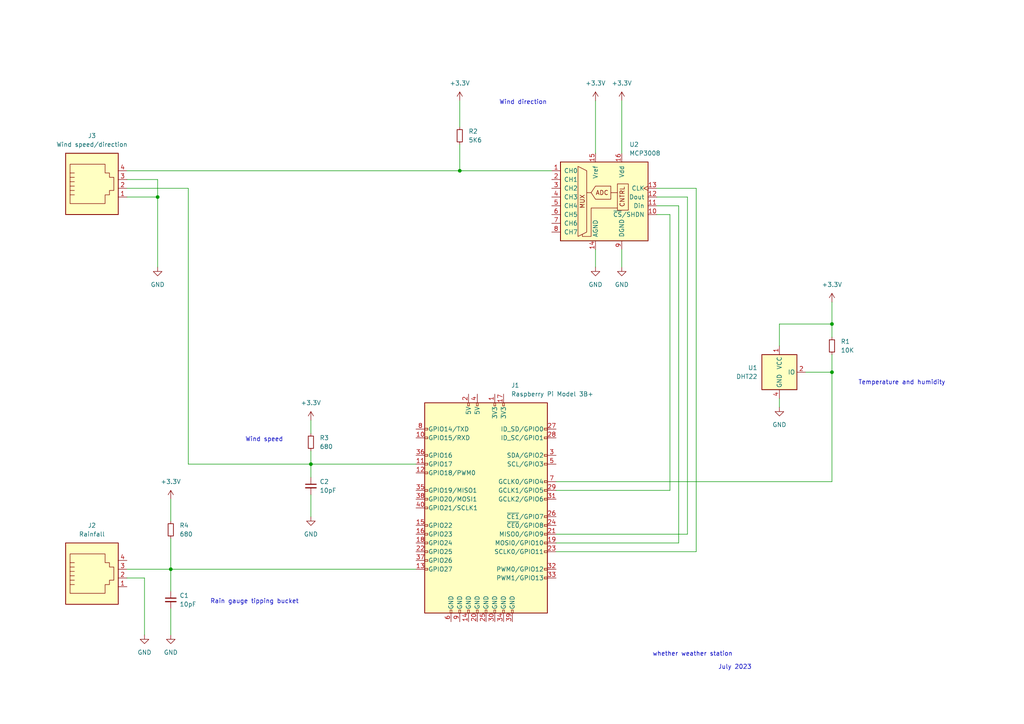
<source format=kicad_sch>
(kicad_sch (version 20230121) (generator eeschema)
  (paper "A4")
  (lib_symbols
    (symbol "Analog_ADC:MCP3008" (pin_names (offset 1.016))
      (property "Reference" "U" (at -5.08 13.335 0))
      (property "Value" "MCP3008" (at -5.08 11.43 0))
      (symbol "MCP3008_0_0"
        (text "ADC" (at -0.635 1.27 0) (effects (font (size 1.27 1.27))))
        (text "CNTRL" (at 5.969 -2.921 900) (effects (font (size 1.27 1.27)) (justify left bottom)))
        (text "MUX" (at -6.35 -1.27 900) (effects (font (size 1.27 1.27))))
      )
      (symbol "MCP3008_0_1"
        (polyline (pts (xy -3.81 1.27) (xy -5.08 1.27)))
        (polyline (pts (xy 1.905 1.27) (xy 3.81 1.27)))
        (polyline (pts (xy -7.62 8.89) (xy -7.62 -11.43) (xy -5.08 -10.16) (xy -5.08 7.62) (xy -7.62 8.89)))
        (polyline (pts (xy 3.81 -3.175) (xy -3.81 -3.175) (xy -3.81 -11.43) (xy -6.35 -11.43) (xy -6.35 -10.795)))
        (polyline (pts (xy 1.905 3.175) (xy 1.905 -0.635) (xy -2.54 -0.635) (xy -3.81 1.27) (xy -2.54 3.175) (xy 1.905 3.175)))
        (rectangle (start 3.81 -3.81) (end 6.985 3.81))
        (rectangle (start 12.7 -12.7) (end -12.7 10.16) (stroke (width 0.254)) (fill (type background)))
      )
      (symbol "MCP3008_1_1"
        (pin input line (at -15.24 7.62 0) (length 2.54) (name "CH0") (number "1"))
        (pin input line (at 15.24 -5.08 180) (length 2.54) (name "~{CS}/SHDN") (number "10"))
        (pin input line (at 15.24 -2.54 180) (length 2.54) (name "Din") (number "11"))
        (pin output line (at 15.24 0 180) (length 2.54) (name "Dout") (number "12"))
        (pin input clock (at 15.24 2.54 180) (length 2.54) (name "CLK") (number "13"))
        (pin power_in line (at -2.54 -15.24 90) (length 2.54) (name "AGND") (number "14"))
        (pin power_in line (at -2.54 12.7 270) (length 2.54) (name "Vref") (number "15"))
        (pin power_in line (at 5.08 12.7 270) (length 2.54) (name "Vdd") (number "16"))
        (pin input line (at -15.24 5.08 0) (length 2.54) (name "CH1") (number "2"))
        (pin input line (at -15.24 2.54 0) (length 2.54) (name "CH2") (number "3"))
        (pin input line (at -15.24 0 0) (length 2.54) (name "CH3") (number "4"))
        (pin input line (at -15.24 -2.54 0) (length 2.54) (name "CH4") (number "5"))
        (pin input line (at -15.24 -5.08 0) (length 2.54) (name "CH5") (number "6"))
        (pin input line (at -15.24 -7.62 0) (length 2.54) (name "CH6") (number "7"))
        (pin input line (at -15.24 -10.16 0) (length 2.54) (name "CH7") (number "8"))
        (pin power_in line (at 5.08 -15.24 90) (length 2.54) (name "DGND") (number "9"))
      )
    )
    (symbol "Connector:6P4C" (pin_names (offset 1.016))
      (property "Reference" "J" (at -5.08 11.43 0))
      (property "Value" "6P4C" (at 2.54 11.43 0))
      (symbol "6P4C_0_1"
        (polyline (pts (xy -6.35 -1.905) (xy -5.08 -1.905) (xy -5.08 -1.905)))
        (polyline (pts (xy -6.35 -0.635) (xy -5.08 -0.635) (xy -5.08 -0.635)))
        (polyline (pts (xy -6.35 0.635) (xy -5.08 0.635) (xy -5.08 0.635)))
        (polyline (pts (xy -6.35 1.905) (xy -5.08 1.905) (xy -5.08 1.905)))
        (polyline (pts (xy -6.35 3.175) (xy -5.08 3.175) (xy -5.08 3.175)))
        (polyline (pts (xy -5.08 4.445) (xy -6.35 4.445) (xy -6.35 4.445)))
        (polyline (pts (xy -6.35 -4.445) (xy -6.35 6.985) (xy 3.81 6.985) (xy 3.81 4.445) (xy 5.08 4.445) (xy 5.08 3.175) (xy 6.35 3.175) (xy 6.35 -0.635) (xy 5.08 -0.635) (xy 5.08 -1.905) (xy 3.81 -1.905) (xy 3.81 -4.445) (xy -6.35 -4.445) (xy -6.35 -4.445)))
        (rectangle (start 7.62 10.16) (end -7.62 -7.62) (stroke (width 0.254)) (fill (type background)))
      )
      (symbol "6P4C_1_1"
        (pin passive line (at 10.16 -2.54 180) (length 2.54) (name "~") (number "1"))
        (pin passive line (at 10.16 0 180) (length 2.54) (name "~") (number "2"))
        (pin passive line (at 10.16 2.54 180) (length 2.54) (name "~") (number "3"))
        (pin passive line (at 10.16 5.08 180) (length 2.54) (name "~") (number "4"))
      )
    )
    (symbol "Connector:Raspberry_Pi_2_3" (pin_names (offset 1.016))
      (property "Reference" "J" (at -17.78 31.75 0))
      (property "Value" "Raspberry_Pi_2_3" (at 10.16 -31.75 0))
      (symbol "Raspberry_Pi_2_3_0_1"
        (rectangle (start -17.78 30.48) (end 17.78 -30.48) (stroke (width 0.254)) (fill (type background)))
      )
      (symbol "Raspberry_Pi_2_3_1_1"
        (rectangle (start -16.891 -17.526) (end -17.78 -18.034))
        (rectangle (start -16.891 -14.986) (end -17.78 -15.494))
        (rectangle (start -16.891 -12.446) (end -17.78 -12.954))
        (rectangle (start -16.891 -9.906) (end -17.78 -10.414))
        (rectangle (start -16.891 -7.366) (end -17.78 -7.874))
        (rectangle (start -16.891 -4.826) (end -17.78 -5.334))
        (rectangle (start -16.891 0.254) (end -17.78 -0.254))
        (rectangle (start -16.891 2.794) (end -17.78 2.286))
        (rectangle (start -16.891 5.334) (end -17.78 4.826))
        (rectangle (start -16.891 10.414) (end -17.78 9.906))
        (rectangle (start -16.891 12.954) (end -17.78 12.446))
        (rectangle (start -16.891 15.494) (end -17.78 14.986))
        (rectangle (start -16.891 20.574) (end -17.78 20.066))
        (rectangle (start -16.891 23.114) (end -17.78 22.606))
        (rectangle (start -10.414 -29.591) (end -9.906 -30.48))
        (rectangle (start -7.874 -29.591) (end -7.366 -30.48))
        (rectangle (start -5.334 -29.591) (end -4.826 -30.48))
        (rectangle (start -5.334 30.48) (end -4.826 29.591))
        (rectangle (start -2.794 -29.591) (end -2.286 -30.48))
        (rectangle (start -2.794 30.48) (end -2.286 29.591))
        (rectangle (start -0.254 -29.591) (end 0.254 -30.48))
        (rectangle (start 2.286 -29.591) (end 2.794 -30.48))
        (rectangle (start 2.286 30.48) (end 2.794 29.591))
        (rectangle (start 4.826 -29.591) (end 5.334 -30.48))
        (rectangle (start 4.826 30.48) (end 5.334 29.591))
        (rectangle (start 7.366 -29.591) (end 7.874 -30.48))
        (rectangle (start 17.78 -20.066) (end 16.891 -20.574))
        (rectangle (start 17.78 -17.526) (end 16.891 -18.034))
        (rectangle (start 17.78 -12.446) (end 16.891 -12.954))
        (rectangle (start 17.78 -9.906) (end 16.891 -10.414))
        (rectangle (start 17.78 -7.366) (end 16.891 -7.874))
        (rectangle (start 17.78 -4.826) (end 16.891 -5.334))
        (rectangle (start 17.78 -2.286) (end 16.891 -2.794))
        (rectangle (start 17.78 2.794) (end 16.891 2.286))
        (rectangle (start 17.78 5.334) (end 16.891 4.826))
        (rectangle (start 17.78 7.874) (end 16.891 7.366))
        (rectangle (start 17.78 12.954) (end 16.891 12.446))
        (rectangle (start 17.78 15.494) (end 16.891 14.986))
        (rectangle (start 17.78 20.574) (end 16.891 20.066))
        (rectangle (start 17.78 23.114) (end 16.891 22.606))
        (pin power_in line (at 2.54 33.02 270) (length 2.54) (name "3V3") (number "1"))
        (pin bidirectional line (at -20.32 20.32 0) (length 2.54) (name "GPIO15/RXD") (number "10"))
        (pin bidirectional line (at -20.32 12.7 0) (length 2.54) (name "GPIO17") (number "11"))
        (pin bidirectional line (at -20.32 10.16 0) (length 2.54) (name "GPIO18/PWM0") (number "12"))
        (pin bidirectional line (at -20.32 -17.78 0) (length 2.54) (name "GPIO27") (number "13"))
        (pin power_in line (at -5.08 -33.02 90) (length 2.54) (name "GND") (number "14"))
        (pin bidirectional line (at -20.32 -5.08 0) (length 2.54) (name "GPIO22") (number "15"))
        (pin bidirectional line (at -20.32 -7.62 0) (length 2.54) (name "GPIO23") (number "16"))
        (pin power_in line (at 5.08 33.02 270) (length 2.54) (name "3V3") (number "17"))
        (pin bidirectional line (at -20.32 -10.16 0) (length 2.54) (name "GPIO24") (number "18"))
        (pin bidirectional line (at 20.32 -10.16 180) (length 2.54) (name "MOSI0/GPIO10") (number "19"))
        (pin power_in line (at -5.08 33.02 270) (length 2.54) (name "5V") (number "2"))
        (pin power_in line (at -2.54 -33.02 90) (length 2.54) (name "GND") (number "20"))
        (pin bidirectional line (at 20.32 -7.62 180) (length 2.54) (name "MISO0/GPIO9") (number "21"))
        (pin bidirectional line (at -20.32 -12.7 0) (length 2.54) (name "GPIO25") (number "22"))
        (pin bidirectional line (at 20.32 -12.7 180) (length 2.54) (name "SCLK0/GPIO11") (number "23"))
        (pin bidirectional line (at 20.32 -5.08 180) (length 2.54) (name "~{CE0}/GPIO8") (number "24"))
        (pin power_in line (at 0 -33.02 90) (length 2.54) (name "GND") (number "25"))
        (pin bidirectional line (at 20.32 -2.54 180) (length 2.54) (name "~{CE1}/GPIO7") (number "26"))
        (pin bidirectional line (at 20.32 22.86 180) (length 2.54) (name "ID_SD/GPIO0") (number "27"))
        (pin bidirectional line (at 20.32 20.32 180) (length 2.54) (name "ID_SC/GPIO1") (number "28"))
        (pin bidirectional line (at 20.32 5.08 180) (length 2.54) (name "GCLK1/GPIO5") (number "29"))
        (pin bidirectional line (at 20.32 15.24 180) (length 2.54) (name "SDA/GPIO2") (number "3"))
        (pin power_in line (at 2.54 -33.02 90) (length 2.54) (name "GND") (number "30"))
        (pin bidirectional line (at 20.32 2.54 180) (length 2.54) (name "GCLK2/GPIO6") (number "31"))
        (pin bidirectional line (at 20.32 -17.78 180) (length 2.54) (name "PWM0/GPIO12") (number "32"))
        (pin bidirectional line (at 20.32 -20.32 180) (length 2.54) (name "PWM1/GPIO13") (number "33"))
        (pin power_in line (at 5.08 -33.02 90) (length 2.54) (name "GND") (number "34"))
        (pin bidirectional line (at -20.32 5.08 0) (length 2.54) (name "GPIO19/MISO1") (number "35"))
        (pin bidirectional line (at -20.32 15.24 0) (length 2.54) (name "GPIO16") (number "36"))
        (pin bidirectional line (at -20.32 -15.24 0) (length 2.54) (name "GPIO26") (number "37"))
        (pin bidirectional line (at -20.32 2.54 0) (length 2.54) (name "GPIO20/MOSI1") (number "38"))
        (pin power_in line (at 7.62 -33.02 90) (length 2.54) (name "GND") (number "39"))
        (pin power_in line (at -2.54 33.02 270) (length 2.54) (name "5V") (number "4"))
        (pin bidirectional line (at -20.32 0 0) (length 2.54) (name "GPIO21/SCLK1") (number "40"))
        (pin bidirectional line (at 20.32 12.7 180) (length 2.54) (name "SCL/GPIO3") (number "5"))
        (pin power_in line (at -10.16 -33.02 90) (length 2.54) (name "GND") (number "6"))
        (pin bidirectional line (at 20.32 7.62 180) (length 2.54) (name "GCLK0/GPIO4") (number "7"))
        (pin bidirectional line (at -20.32 22.86 0) (length 2.54) (name "GPIO14/TXD") (number "8"))
        (pin power_in line (at -7.62 -33.02 90) (length 2.54) (name "GND") (number "9"))
      )
    )
    (symbol "Device:C_Small" (pin_numbers hide) (pin_names (offset 0.254) hide)
      (property "Reference" "C" (at 0.254 1.778 0))
      (property "Value" "C_Small" (at 0.254 -2.032 0))
      (symbol "C_Small_0_1"
        (polyline (pts (xy -1.524 -0.508) (xy 1.524 -0.508)) (stroke (width 0.3302)))
        (polyline (pts (xy -1.524 0.508) (xy 1.524 0.508)) (stroke (width 0.3048)))
      )
      (symbol "C_Small_1_1"
        (pin passive line (at 0 2.54 270) (length 2.032) (name "~") (number "1"))
        (pin passive line (at 0 -2.54 90) (length 2.032) (name "~") (number "2"))
      )
    )
    (symbol "Device:R_Small" (pin_numbers hide) (pin_names (offset 0.254) hide)
      (property "Reference" "R" (at 0.762 0.508 0))
      (property "Value" "R_Small" (at 0.762 -1.016 0))
      (symbol "R_Small_0_1"
        (rectangle (start -0.762 1.778) (end 0.762 -1.778) (stroke (width 0.2032)))
      )
      (symbol "R_Small_1_1"
        (pin passive line (at 0 2.54 270) (length 0.762) (name "~") (number "1"))
        (pin passive line (at 0 -2.54 90) (length 0.762) (name "~") (number "2"))
      )
    )
    (symbol "Sensor:DHT11"
      (property "Reference" "U" (at -3.81 6.35 0))
      (property "Value" "DHT11" (at 3.81 6.35 0))
      (symbol "DHT11_0_1"
        (rectangle (start -5.08 5.08) (end 5.08 -5.08) (stroke (width 0.254)) (fill (type background)))
      )
      (symbol "DHT11_1_1"
        (pin power_in line (at 0 7.62 270) (length 2.54) (name "VCC") (number "1"))
        (pin bidirectional line (at 7.62 0 180) (length 2.54) (name "IO") (number "2"))
        (pin no_connect line (at -5.08 0 0) (length 2.54) hide (name "NC") (number "3"))
        (pin power_in line (at 0 -7.62 90) (length 2.54) (name "GND") (number "4"))
      )
    )
    (symbol "power:+3.3V" (power) (pin_names (offset 0))
      (property "Value" "+3.3V" (at 0 3.556 0))
      (symbol "+3.3V_0_1"
        (polyline (pts (xy -0.762 1.27) (xy 0 2.54)))
        (polyline (pts (xy 0 0) (xy 0 2.54)))
        (polyline (pts (xy 0 2.54) (xy 0.762 1.27)))
      )
      (symbol "+3.3V_1_1"
        (pin power_in line (at 0 0 90) (length 0) hide (name "+3.3V") (number "1"))
      )
    )
    (symbol "power:GND" (power) (pin_names (offset 0))
      (property "Value" "GND" (at 0 -3.81 0))
      (symbol "GND_0_1"
        (polyline (pts (xy 0 0) (xy 0 -1.27) (xy 1.27 -1.27) (xy 0 -2.54) (xy -1.27 -1.27) (xy 0 -1.27)))
      )
      (symbol "GND_1_1"
        (pin power_in line (at 0 0 270) (length 0) hide (name "GND") (number "1"))
      )
    )
  )
  (junction (at 90.17 134.62))
  (junction (at 49.53 165.1))
  (junction (at 241.3 93.98))
  (junction (at 241.3 107.95))
  (junction (at 45.72 57.15))
  (junction (at 133.35 49.53))
  (wire (pts (xy 161.29 142.24) (xy 194.31 142.24)))
  (wire (pts (xy 45.72 52.07) (xy 45.72 57.15)))
  (wire (pts (xy 233.68 107.95) (xy 241.3 107.95)))
  (wire (pts (xy 49.53 165.1) (xy 120.65 165.1)))
  (wire (pts (xy 241.3 107.95) (xy 241.3 102.87)))
  (wire (pts (xy 180.34 29.21) (xy 180.34 44.45)))
  (wire (pts (xy 196.85 59.69) (xy 196.85 157.48)))
  (wire (pts (xy 161.29 154.94) (xy 199.39 154.94)))
  (wire (pts (xy 194.31 62.23) (xy 190.5 62.23)))
  (wire (pts (xy 41.91 167.64) (xy 41.91 184.15)))
  (wire (pts (xy 54.61 54.61) (xy 54.61 134.62)))
  (wire (pts (xy 190.5 59.69) (xy 196.85 59.69)))
  (wire (pts (xy 36.83 52.07) (xy 45.72 52.07)))
  (wire (pts (xy 90.17 143.51) (xy 90.17 149.86)))
  (wire (pts (xy 226.06 100.33) (xy 226.06 93.98)))
  (wire (pts (xy 36.83 57.15) (xy 45.72 57.15)))
  (wire (pts (xy 226.06 115.57) (xy 226.06 118.11)))
  (wire (pts (xy 199.39 57.15) (xy 199.39 154.94)))
  (wire (pts (xy 36.83 165.1) (xy 49.53 165.1)))
  (wire (pts (xy 161.29 160.02) (xy 201.93 160.02)))
  (wire (pts (xy 36.83 167.64) (xy 41.91 167.64)))
  (wire (pts (xy 49.53 165.1) (xy 49.53 171.45)))
  (wire (pts (xy 241.3 93.98) (xy 241.3 97.79)))
  (wire (pts (xy 180.34 72.39) (xy 180.34 77.47)))
  (wire (pts (xy 172.72 72.39) (xy 172.72 77.47)))
  (wire (pts (xy 172.72 29.21) (xy 172.72 44.45)))
  (wire (pts (xy 226.06 93.98) (xy 241.3 93.98)))
  (wire (pts (xy 90.17 134.62) (xy 120.65 134.62)))
  (wire (pts (xy 49.53 176.53) (xy 49.53 184.15)))
  (wire (pts (xy 190.5 57.15) (xy 199.39 57.15)))
  (wire (pts (xy 133.35 49.53) (xy 160.02 49.53)))
  (wire (pts (xy 241.3 107.95) (xy 241.3 139.7)))
  (wire (pts (xy 49.53 156.21) (xy 49.53 165.1)))
  (wire (pts (xy 90.17 130.81) (xy 90.17 134.62)))
  (wire (pts (xy 133.35 41.91) (xy 133.35 49.53)))
  (wire (pts (xy 241.3 87.63) (xy 241.3 93.98)))
  (wire (pts (xy 36.83 49.53) (xy 133.35 49.53)))
  (wire (pts (xy 49.53 144.78) (xy 49.53 151.13)))
  (wire (pts (xy 190.5 54.61) (xy 201.93 54.61)))
  (wire (pts (xy 241.3 139.7) (xy 161.29 139.7)))
  (wire (pts (xy 133.35 29.21) (xy 133.35 36.83)))
  (wire (pts (xy 90.17 121.92) (xy 90.17 125.73)))
  (wire (pts (xy 45.72 57.15) (xy 45.72 77.47)))
  (wire (pts (xy 54.61 134.62) (xy 90.17 134.62)))
  (wire (pts (xy 90.17 134.62) (xy 90.17 138.43)))
  (wire (pts (xy 36.83 54.61) (xy 54.61 54.61)))
  (wire (pts (xy 194.31 62.23) (xy 194.31 142.24)))
  (wire (pts (xy 201.93 160.02) (xy 201.93 54.61)))
  (wire (pts (xy 196.85 157.48) (xy 161.29 157.48)))
  (text "Temperature and humidity" (at 248.92 111.76 0) (effects (font (size 1.27 1.27)) (justify left bottom)))
  (text "Wind speed" (at 71.12 128.27 0) (effects (font (size 1.27 1.27)) (justify left bottom)))
  (text "whether weather station" (at 189.23 190.5 0) (effects (font (size 1.27 1.27)) (justify left bottom)))
  (text "Rain gauge tipping bucket" (at 60.96 175.26 0) (effects (font (size 1.27 1.27)) (justify left bottom)))
  (text "Wind direction" (at 144.78 30.48 0) (effects (font (size 1.27 1.27)) (justify left bottom)))
  (text "July 2023" (at 208.28 194.31 0) (effects (font (size 1.27 1.27)) (justify left bottom)))
  (symbol (lib_id "power:GND") (at 172.72 77.47 0) (unit 1)
    (property "Reference" "#PWR03" (effects hide))
    (property "Value" "GND" (at 172.72 82.55 0))
  )
  (symbol (lib_id "power:GND") (at 41.91 184.15 0) (unit 1)
    (property "Reference" "#PWR010" (effects hide))
    (property "Value" "GND" (at 41.91 189.23 0))
  )
  (symbol (lib_id "Device:R_Small") (at 49.53 153.67 0) (unit 1)
    (property "Reference" "R4" (at 52.07 152.4 0) (effects (justify left)))
    (property "Value" "680" (at 52.07 154.94 0) (effects (justify left)))
  )
  (symbol (lib_id "Device:C_Small") (at 49.53 173.99 0) (unit 1)
    (property "Reference" "C1" (at 52.07 172.7263 0) (effects (justify left)))
    (property "Value" "10pF" (at 52.07 175.2663 0) (effects (justify left)))
  )
  (symbol (lib_id "power:+3.3V") (at 133.35 29.21 0) (unit 1)
    (property "Reference" "#PWR08" (effects hide))
    (property "Value" "+3.3V" (at 133.35 24.13 0))
  )
  (symbol (lib_id "Device:R_Small") (at 90.17 128.27 0) (unit 1)
    (property "Reference" "R3" (at 92.71 127 0) (effects (justify left)))
    (property "Value" "680" (at 92.71 129.54 0) (effects (justify left)))
  )
  (symbol (lib_id "Connector:Raspberry_Pi_2_3") (at 140.97 147.32 0) (unit 1)
    (property "Reference" "J1" (at 148.2441 111.76 0) (effects (justify left)))
    (property "Value" "Raspberry Pi Model 3B+" (at 148.2441 114.3 0) (effects (justify left)))
    (property "Datasheet" "https://www.raspberrypi.org/documentation/hardware/raspberrypi/schematics/rpi_SCH_3bplus_1p0_reduced.pdf" (effects hide))
  )
  (symbol (lib_id "power:+3.3V") (at 172.72 29.21 0) (unit 1)
    (property "Reference" "#PWR05" (effects hide))
    (property "Value" "+3.3V" (at 172.72 24.13 0))
  )
  (symbol (lib_id "Connector:6P4C") (at 26.67 167.64 0) (unit 1)
    (property "Reference" "J2" (at 26.67 152.4 0))
    (property "Value" "Rainfall" (at 26.67 154.94 0))
  )
  (symbol (lib_id "Device:R_Small") (at 241.3 100.33 0) (unit 1)
    (property "Reference" "R1" (at 243.84 99.06 0) (effects (justify left)))
    (property "Value" "10K" (at 243.84 101.6 0) (effects (justify left)))
  )
  (symbol (lib_id "Device:C_Small") (at 90.17 140.97 0) (unit 1)
    (property "Reference" "C2" (at 92.71 139.7063 0) (effects (justify left)))
    (property "Value" "10pF" (at 92.71 142.2463 0) (effects (justify left)))
  )
  (symbol (lib_id "power:+3.3V") (at 241.3 87.63 0) (unit 1)
    (property "Reference" "#PWR01" (effects hide))
    (property "Value" "+3.3V" (at 241.3 82.55 0))
  )
  (symbol (lib_id "Device:R_Small") (at 133.35 39.37 0) (unit 1)
    (property "Reference" "R2" (at 135.89 38.1 0) (effects (justify left)))
    (property "Value" "5K6" (at 135.89 40.64 0) (effects (justify left)))
  )
  (symbol (lib_id "power:GND") (at 45.72 77.47 0) (unit 1)
    (property "Reference" "#PWR07" (effects hide))
    (property "Value" "GND" (at 45.72 82.55 0))
  )
  (symbol (lib_id "Analog_ADC:MCP3008") (at 175.26 57.15 0) (unit 1)
    (property "Reference" "U2" (at 182.5341 41.91 0) (effects (justify left)))
    (property "Value" "MCP3008" (at 182.5341 44.45 0) (effects (justify left)))
    (property "Datasheet" "http://ww1.microchip.com/downloads/en/DeviceDoc/21295d.pdf" (effects hide))
  )
  (symbol (lib_id "power:GND") (at 226.06 118.11 0) (unit 1)
    (property "Reference" "#PWR02" (effects hide))
    (property "Value" "GND" (at 226.06 123.19 0))
  )
  (symbol (lib_id "power:+3.3V") (at 180.34 29.21 0) (unit 1)
    (property "Reference" "#PWR06" (effects hide))
    (property "Value" "+3.3V" (at 180.34 24.13 0))
  )
  (symbol (lib_id "power:GND") (at 49.53 184.15 0) (unit 1)
    (property "Reference" "#PWR012" (effects hide))
    (property "Value" "GND" (at 49.53 189.23 0))
  )
  (symbol (lib_id "power:+3.3V") (at 49.53 144.78 0) (unit 1)
    (property "Reference" "#PWR011" (effects hide))
    (property "Value" "+3.3V" (at 49.53 139.7 0))
  )
  (symbol (lib_id "Sensor:DHT11") (at 226.06 107.95 0) (unit 1)
    (property "Reference" "U1" (at 219.71 106.68 0) (effects (justify right)))
    (property "Value" "DHT22" (at 219.71 109.22 0) (effects (justify right)))
    (property "Footprint" "Sensor:Aosong_DHT11_5.5x12.0_P2.54mm" (effects hide))
    (property "Datasheet" "http://akizukidenshi.com/download/ds/aosong/DHT11.pdf" (effects hide))
  )
  (symbol (lib_id "power:+3.3V") (at 90.17 121.92 0) (unit 1)
    (property "Reference" "#PWR09" (effects hide))
    (property "Value" "+3.3V" (at 90.17 116.84 0))
  )
  (symbol (lib_id "power:GND") (at 180.34 77.47 0) (unit 1)
    (property "Reference" "#PWR04" (effects hide))
    (property "Value" "GND" (at 180.34 82.55 0))
  )
  (symbol (lib_id "Connector:6P4C") (at 26.67 54.61 0) (unit 1)
    (property "Reference" "J3" (at 26.67 39.37 0))
    (property "Value" "Wind speed/direction" (at 26.67 41.91 0))
  )
  (symbol (lib_id "power:GND") (at 90.17 149.86 0) (unit 1)
    (property "Reference" "#PWR013" (effects hide))
    (property "Value" "GND" (at 90.17 154.94 0))
  )
)
</source>
